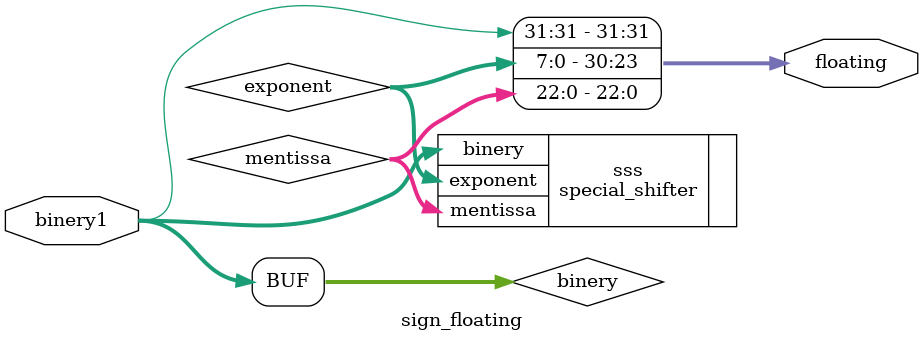
<source format=v>
`timescale 1ns / 1ps
module sign_floating(
       input [31:0]binery1,
       output reg [31:0]floating
);
reg [31:0]binery;
wire[7:0]exponent;
wire[22:0]mentissa;
special_shifter sss(
       .binery(binery),
       .exponent(exponent),
       .mentissa(mentissa)
);
always@(*)begin
       binery=binery1;
      floating={binery1[31],exponent,mentissa};
end
endmodule
</source>
